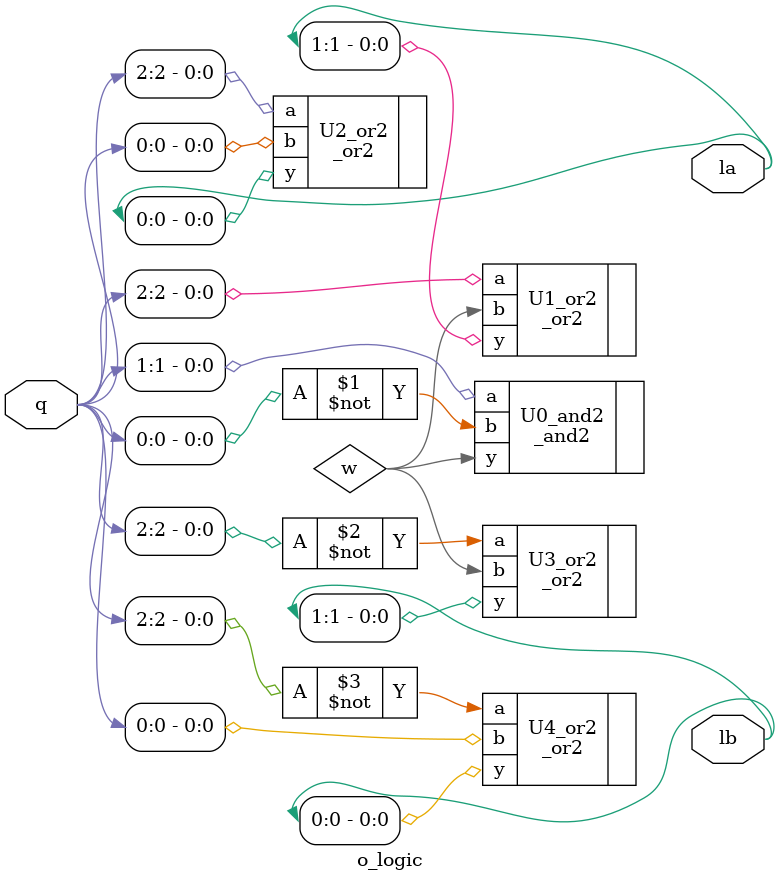
<source format=v>
module o_logic(la,lb,q); // output logic
	input [2:0] q;	// state
	output [1:0] la, lb; //light
	wire w;
	
	_and2 U0_and2(.a(q[1]),.b(~q[0]),.y(w));
	_or2 U1_or2(.a(q[2]),.b(w),.y(la[1])); 		//LA1 = Q2 + Q1Q0'
	_or2 U2_or2(.a(q[2]),.b(q[0]),.y(la[0]));		//LA0 = Q2 + Q0
	_or2 U3_or2(.a(~q[2]),.b(w),.y(lb[1]));		//LB1 = Q2' + Q1Q0'
	_or2 U4_or2(.a(~q[2]),.b(q[0]),.y(lb[0]));	//LB0 = Q2' + Q0

endmodule
</source>
